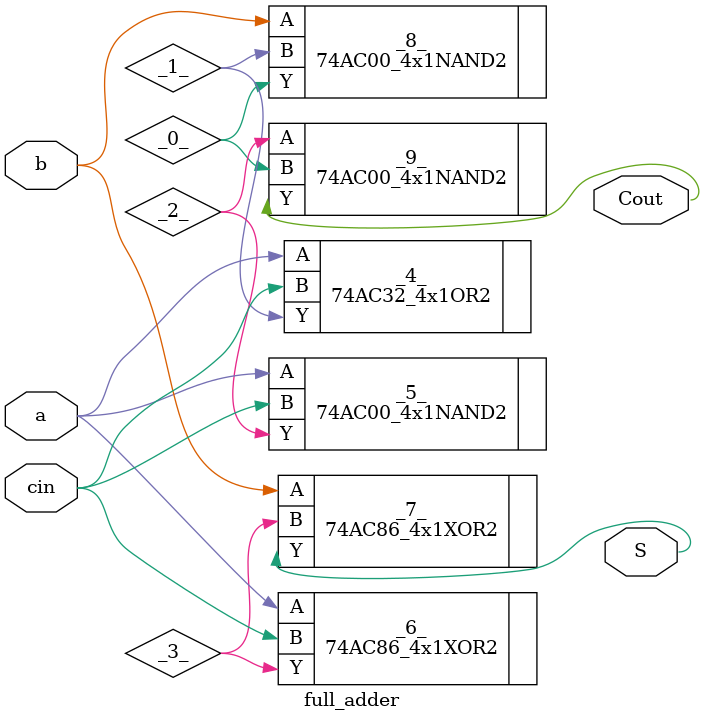
<source format=v>
/* Generated by Yosys 0.9 (git sha1 1979e0b) */

(* top =  1  *)
(* src = "../verilog/full_adder.v:1" *)
module full_adder(a, b, cin, S, Cout);
  wire _0_;
  wire _1_;
  wire _2_;
  wire _3_;
  (* src = "../verilog/full_adder.v:1" *)
  output Cout;
  (* src = "../verilog/full_adder.v:1" *)
  output S;
  (* src = "../verilog/full_adder.v:1" *)
  input a;
  (* src = "../verilog/full_adder.v:1" *)
  input b;
  (* src = "../verilog/full_adder.v:1" *)
  input cin;
  \74AC32_4x1OR2  _4_ (
    .A(a),
    .B(cin),
    .Y(_1_)
  );
  \74AC00_4x1NAND2  _5_ (
    .A(a),
    .B(cin),
    .Y(_2_)
  );
  \74AC86_4x1XOR2  _6_ (
    .A(a),
    .B(cin),
    .Y(_3_)
  );
  \74AC86_4x1XOR2  _7_ (
    .A(b),
    .B(_3_),
    .Y(S)
  );
  \74AC00_4x1NAND2  _8_ (
    .A(b),
    .B(_1_),
    .Y(_0_)
  );
  \74AC00_4x1NAND2  _9_ (
    .A(_2_),
    .B(_0_),
    .Y(Cout)
  );
endmodule

</source>
